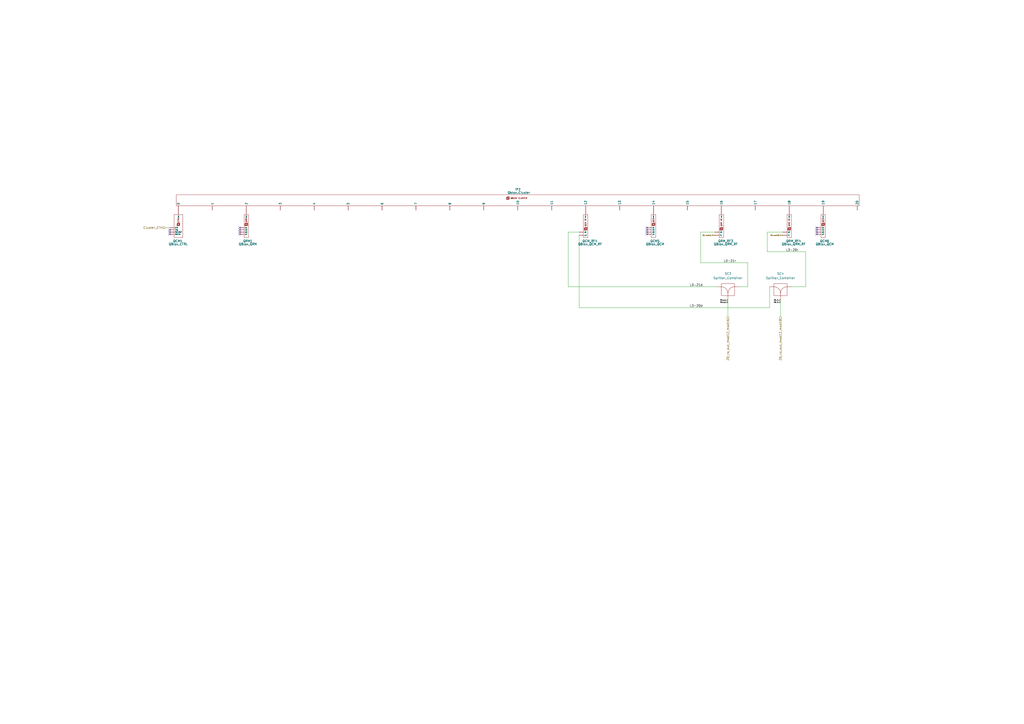
<source format=kicad_sch>
(kicad_sch (version 20230121) (generator eeschema)
  (paper "A2")
  (title_block (title "XLD Setup Q2 2023") (date "2023-06-14") (company "Technology Innovation Institute"))
  (lib_symbols
    (symbol "Quantum Computing:QBlox_CTRL" (on_board no)
      (property "Reference" "QCM" (at -1.905 -2.032 0))
      (property "Value" "QBlox_CTRL" (at -4.445 -3.81 0))
      (symbol "QBlox_CTRL_0_0"
        (rectangle (start -1.27 13.335) (end 3.81 0))
        (polyline (pts (xy 1.905 6.985) (xy 2.1394 7.2206) (xy 2.124 8.4684) (xy 0.8708 8.4836) (xy 0.7311 8.3405) (xy 0.9734 8.3405) (xy 1.923 8.3405) (xy 1.7831 8.1985) (xy 1.6432 8.0564) (xy 0.9734 8.0564) (xy 0.9734 8.3405) (xy 0.7311 8.3405) (xy 0.638 8.2451) (xy 0.4666 8.0695) (xy 0.6456 8.0695) (xy 0.6726 8.0937) (xy 0.7205 8.1365) (xy 0.7768 8.2003) (xy 0.83 8.2695) (xy 0.8307 8.1629) (xy 0.8307 8.1389) (xy 0.8243 8.0818) (xy 0.795 8.0599) (xy 0.7264 8.0564) (xy 0.7223 8.0564) (xy 0.6596 8.0588) (xy 0.6456 8.0695) (xy 0.4666 8.0695) (xy 0.4051 8.0065) (xy 0.4051 7.3909) (xy 0.4065 7.1729) (xy 0.4104 7.0072) (xy 0.4128 6.9647) (xy 0.5472 6.9647) (xy 0.5472 7.9428) (xy 0.8313 7.9428) (xy 0.9734 7.9428) (xy 1.5984 7.9428) (xy 1.5984 7.2893) (xy 0.9734 7.2893) (xy 0.9734 7.9428) (xy 0.8313 7.9428) (xy 0.8313 7.2862) (xy 1.7405 7.2862) (xy 1.7405 7.9875) (xy 1.8832 8.1281) (xy 2.026 8.2688) (xy 2.0182 7.7861) (xy 2.0104 7.3035) (xy 1.8754 7.2948) (xy 1.7405 7.2862) (xy 0.8313 7.2862) (xy 0.8313 7.2445) (xy 0.6892 7.1046) (xy 0.5472 6.9647) (xy 0.4128 6.9647) (xy 0.4169 6.8915) (xy 0.6488 6.8915) (xy 0.7887 7.0336) (xy 0.9286 7.1756) (xy 1.5984 7.1756) (xy 1.5984 7.0829) (xy 1.7263 7.0829) (xy 1.7316 7.146) (xy 1.7585 7.1711) (xy 1.8242 7.1756) (xy 1.9221 7.1756) (xy 1.8257 7.0762) (xy 1.7924 7.042) (xy 1.7465 6.9951) (xy 1.7278 6.9768) (xy 1.7276 6.9776) (xy 1.7267 7.0104) (xy 1.7263 7.0762) (xy 1.7263 7.0829) (xy 1.5984 7.0829) (xy 1.5984 6.8915) (xy 0.6488 6.8915) (xy 0.4169 6.8915) (xy 0.417 6.8898) (xy 0.4265 6.8166) (xy 0.4392 6.7836) (xy 0.441 6.782) (xy 0.4782 6.7697) (xy 0.5557 6.7605) (xy 0.6779 6.7542) (xy 0.8486 6.7506) (xy 1.072 6.7495) (xy 1.6707 6.7495) (xy 1.905 6.985)) (stroke (width 0.01)) (fill (type outline)))
        (text "CTRL" (at 1.27 10.16 900) (effects (font (size 0.8 0.8))))
      )
      (symbol "QBlox_CTRL_1_1"
        (pin output line (at -3.81 5.715 0) (length 2.54) (name "ETH") (number ""))
        (pin output line (at -3.81 1.905 0) (length 2.54) (name "Ref_IN") (number ""))
        (pin output line (at -3.81 3.175 0) (length 2.54) (name "Ref_OUT") (number ""))
        (pin bidirectional line (at 1.27 15.875 270) (length 2.54) (name "SYNC") (number ""))
        (pin output line (at -3.81 4.445 0) (length 2.54) (name "Trig") (number ""))
      )
    )
    (symbol "Quantum Computing:QBlox_QCM" (on_board no)
      (property "Reference" "QCM" (at -1.905 -2.032 0))
      (property "Value" "QBlox_QCM" (at -4.445 -3.81 0))
      (symbol "QBlox_QCM_0_0"
        (rectangle (start -1.27 13.335) (end 1.27 0))
        (polyline (pts (xy 0.635 6.985) (xy 0.8694 7.2206) (xy 0.854 8.4684) (xy -0.3992 8.4836) (xy -0.5389 8.3405) (xy -0.2966 8.3405) (xy 0.653 8.3405) (xy 0.5131 8.1985) (xy 0.3732 8.0564) (xy -0.2966 8.0564) (xy -0.2966 8.3405) (xy -0.5389 8.3405) (xy -0.632 8.2451) (xy -0.8034 8.0695) (xy -0.6244 8.0695) (xy -0.5974 8.0937) (xy -0.5495 8.1365) (xy -0.4932 8.2003) (xy -0.44 8.2695) (xy -0.4393 8.1629) (xy -0.4393 8.1389) (xy -0.4457 8.0818) (xy -0.475 8.0599) (xy -0.5436 8.0564) (xy -0.5477 8.0564) (xy -0.6104 8.0588) (xy -0.6244 8.0695) (xy -0.8034 8.0695) (xy -0.8649 8.0065) (xy -0.8649 7.3909) (xy -0.8635 7.1729) (xy -0.8596 7.0072) (xy -0.8572 6.9647) (xy -0.7228 6.9647) (xy -0.7228 7.9428) (xy -0.4387 7.9428) (xy -0.2966 7.9428) (xy 0.3284 7.9428) (xy 0.3284 7.2893) (xy -0.2966 7.2893) (xy -0.2966 7.9428) (xy -0.4387 7.9428) (xy -0.4387 7.2862) (xy 0.4705 7.2862) (xy 0.4705 7.9875) (xy 0.6132 8.1281) (xy 0.756 8.2688) (xy 0.7482 7.7861) (xy 0.7404 7.3035) (xy 0.6054 7.2948) (xy 0.4705 7.2862) (xy -0.4387 7.2862) (xy -0.4387 7.2445) (xy -0.5808 7.1046) (xy -0.7228 6.9647) (xy -0.8572 6.9647) (xy -0.8531 6.8915) (xy -0.6212 6.8915) (xy -0.4813 7.0336) (xy -0.3414 7.1756) (xy 0.3284 7.1756) (xy 0.3284 7.0829) (xy 0.4563 7.0829) (xy 0.4616 7.146) (xy 0.4885 7.1711) (xy 0.5542 7.1756) (xy 0.6521 7.1756) (xy 0.5557 7.0762) (xy 0.5224 7.042) (xy 0.4765 6.9951) (xy 0.4578 6.9768) (xy 0.4576 6.9776) (xy 0.4567 7.0104) (xy 0.4563 7.0762) (xy 0.4563 7.0829) (xy 0.3284 7.0829) (xy 0.3284 6.8915) (xy -0.6212 6.8915) (xy -0.8531 6.8915) (xy -0.853 6.8898) (xy -0.8435 6.8166) (xy -0.8308 6.7836) (xy -0.829 6.782) (xy -0.7918 6.7697) (xy -0.7143 6.7605) (xy -0.5921 6.7542) (xy -0.4214 6.7506) (xy -0.198 6.7495) (xy 0.4007 6.7495) (xy 0.635 6.985)) (stroke (width 0.01)) (fill (type outline)))
        (text "QCM" (at 0 10.16 900) (effects (font (size 0.8 0.8))))
      )
      (symbol "QBlox_QCM_1_1"
        (pin bidirectional line (at 0 15.875 270) (length 2.54) (name "SYNC") (number ""))
        (pin output line (at -3.81 5.715 0) (length 2.54) (name "o1") (number ""))
        (pin output line (at -3.81 4.445 0) (length 2.54) (name "o2") (number ""))
        (pin output line (at -3.81 3.175 0) (length 2.54) (name "o3") (number ""))
        (pin output line (at -3.81 1.905 0) (length 2.54) (name "o4") (number ""))
      )
    )
    (symbol "Quantum Computing:QBlox_QCM_RF" (on_board no)
      (property "Reference" "QCM_RF" (at -1.905 -2.032 0))
      (property "Value" "QBlox_QCM_RF" (at -4.445 -3.81 0))
      (symbol "QBlox_QCM_RF_0_0"
        (rectangle (start -1.27 13.335) (end 1.27 0))
        (polyline (pts (xy 0.635 4.445) (xy 0.8694 4.6806) (xy 0.854 5.9284) (xy -0.3992 5.9436) (xy -0.5389 5.8005) (xy -0.2966 5.8005) (xy 0.653 5.8005) (xy 0.5131 5.6585) (xy 0.3732 5.5164) (xy -0.2966 5.5164) (xy -0.2966 5.8005) (xy -0.5389 5.8005) (xy -0.632 5.7051) (xy -0.8034 5.5295) (xy -0.6244 5.5295) (xy -0.5974 5.5537) (xy -0.5495 5.5965) (xy -0.4932 5.6603) (xy -0.44 5.7295) (xy -0.4393 5.6229) (xy -0.4393 5.5989) (xy -0.4457 5.5418) (xy -0.475 5.5199) (xy -0.5436 5.5164) (xy -0.5477 5.5164) (xy -0.6104 5.5188) (xy -0.6244 5.5295) (xy -0.8034 5.5295) (xy -0.8649 5.4665) (xy -0.8649 4.8509) (xy -0.8635 4.6329) (xy -0.8596 4.4672) (xy -0.8572 4.4247) (xy -0.7228 4.4247) (xy -0.7228 5.4028) (xy -0.4387 5.4028) (xy -0.2966 5.4028) (xy 0.3284 5.4028) (xy 0.3284 4.7493) (xy -0.2966 4.7493) (xy -0.2966 5.4028) (xy -0.4387 5.4028) (xy -0.4387 4.7462) (xy 0.4705 4.7462) (xy 0.4705 5.4475) (xy 0.6132 5.5881) (xy 0.756 5.7288) (xy 0.7482 5.2461) (xy 0.7404 4.7635) (xy 0.6054 4.7548) (xy 0.4705 4.7462) (xy -0.4387 4.7462) (xy -0.4387 4.7045) (xy -0.5808 4.5646) (xy -0.7228 4.4247) (xy -0.8572 4.4247) (xy -0.8531 4.3515) (xy -0.6212 4.3515) (xy -0.4813 4.4936) (xy -0.3414 4.6356) (xy 0.3284 4.6356) (xy 0.3284 4.5429) (xy 0.4563 4.5429) (xy 0.4616 4.606) (xy 0.4885 4.6311) (xy 0.5542 4.6356) (xy 0.6521 4.6356) (xy 0.5557 4.5362) (xy 0.5224 4.502) (xy 0.4765 4.4551) (xy 0.4578 4.4368) (xy 0.4576 4.4376) (xy 0.4567 4.4704) (xy 0.4563 4.5362) (xy 0.4563 4.5429) (xy 0.3284 4.5429) (xy 0.3284 4.3515) (xy -0.6212 4.3515) (xy -0.8531 4.3515) (xy -0.853 4.3498) (xy -0.8435 4.2766) (xy -0.8308 4.2436) (xy -0.829 4.242) (xy -0.7918 4.2297) (xy -0.7143 4.2205) (xy -0.5921 4.2142) (xy -0.4214 4.2106) (xy -0.198 4.2095) (xy 0.4007 4.2095) (xy 0.635 4.445)) (stroke (width 0.01)) (fill (type outline)))
        (text "QCM RF" (at 0 8.89 900) (effects (font (size 0.8 0.8))))
      )
      (symbol "QBlox_QCM_RF_1_1"
        (pin bidirectional line (at 0 15.875 270) (length 2.54) (name "SYNC") (number ""))
        (pin output line (at -3.81 3.175 0) (length 2.54) (name "o1") (number ""))
        (pin output line (at -3.81 1.27 0) (length 2.54) (name "o2") (number ""))
      )
    )
    (symbol "Quantum Computing:QBlox_QRM" (on_board no)
      (property "Reference" "QRM" (at -1.905 -2.032 0))
      (property "Value" "QBlox_QRM" (at -4.445 -3.81 0))
      (symbol "QBlox_QRM_0_0"
        (rectangle (start -1.27 13.335) (end 1.27 0))
        (polyline (pts (xy 0.635 6.985) (xy 0.8694 7.2206) (xy 0.854 8.4684) (xy -0.3992 8.4836) (xy -0.5389 8.3405) (xy -0.2966 8.3405) (xy 0.653 8.3405) (xy 0.5131 8.1985) (xy 0.3732 8.0564) (xy -0.2966 8.0564) (xy -0.2966 8.3405) (xy -0.5389 8.3405) (xy -0.632 8.2451) (xy -0.8034 8.0695) (xy -0.6244 8.0695) (xy -0.5974 8.0937) (xy -0.5495 8.1365) (xy -0.4932 8.2003) (xy -0.44 8.2695) (xy -0.4393 8.1629) (xy -0.4393 8.1389) (xy -0.4457 8.0818) (xy -0.475 8.0599) (xy -0.5436 8.0564) (xy -0.5477 8.0564) (xy -0.6104 8.0588) (xy -0.6244 8.0695) (xy -0.8034 8.0695) (xy -0.8649 8.0065) (xy -0.8649 7.3909) (xy -0.8635 7.1729) (xy -0.8596 7.0072) (xy -0.8572 6.9647) (xy -0.7228 6.9647) (xy -0.7228 7.9428) (xy -0.4387 7.9428) (xy -0.2966 7.9428) (xy 0.3284 7.9428) (xy 0.3284 7.2893) (xy -0.2966 7.2893) (xy -0.2966 7.9428) (xy -0.4387 7.9428) (xy -0.4387 7.2862) (xy 0.4705 7.2862) (xy 0.4705 7.9875) (xy 0.6132 8.1281) (xy 0.756 8.2688) (xy 0.7482 7.7861) (xy 0.7404 7.3035) (xy 0.6054 7.2948) (xy 0.4705 7.2862) (xy -0.4387 7.2862) (xy -0.4387 7.2445) (xy -0.5808 7.1046) (xy -0.7228 6.9647) (xy -0.8572 6.9647) (xy -0.8531 6.8915) (xy -0.6212 6.8915) (xy -0.4813 7.0336) (xy -0.3414 7.1756) (xy 0.3284 7.1756) (xy 0.3284 7.0829) (xy 0.4563 7.0829) (xy 0.4616 7.146) (xy 0.4885 7.1711) (xy 0.5542 7.1756) (xy 0.6521 7.1756) (xy 0.5557 7.0762) (xy 0.5224 7.042) (xy 0.4765 6.9951) (xy 0.4578 6.9768) (xy 0.4576 6.9776) (xy 0.4567 7.0104) (xy 0.4563 7.0762) (xy 0.4563 7.0829) (xy 0.3284 7.0829) (xy 0.3284 6.8915) (xy -0.6212 6.8915) (xy -0.8531 6.8915) (xy -0.853 6.8898) (xy -0.8435 6.8166) (xy -0.8308 6.7836) (xy -0.829 6.782) (xy -0.7918 6.7697) (xy -0.7143 6.7605) (xy -0.5921 6.7542) (xy -0.4214 6.7506) (xy -0.198 6.7495) (xy 0.4007 6.7495) (xy 0.635 6.985)) (stroke (width 0.01)) (fill (type outline)))
        (text "QRM" (at 0 10.16 900) (effects (font (size 0.8 0.8))))
      )
      (symbol "QBlox_QRM_1_1"
        (pin bidirectional line (at 0 15.875 270) (length 2.54) (name "SYNC") (number ""))
        (pin output line (at -3.81 5.715 0) (length 2.54) (name "o1") (number ""))
        (pin output line (at -3.81 4.445 0) (length 2.54) (name "o2") (number ""))
        (pin output line (at -3.81 3.175 0) (length 2.54) (name "o3") (number ""))
        (pin output line (at -3.81 1.905 0) (length 2.54) (name "o4") (number ""))
      )
    )
    (symbol "Quantum Computing:QBlox_QRM_RF" (on_board no)
      (property "Reference" "QRM_RF" (at -1.905 -2.032 0))
      (property "Value" "QBlox_QRM_RF" (at -4.445 -3.81 0))
      (symbol "QBlox_QRM_RF_0_0"
        (rectangle (start -1.27 13.335) (end 1.27 0))
        (polyline (pts (xy 0.635 4.445) (xy 0.8694 4.6806) (xy 0.854 5.9284) (xy -0.3992 5.9436) (xy -0.5389 5.8005) (xy -0.2966 5.8005) (xy 0.653 5.8005) (xy 0.5131 5.6585) (xy 0.3732 5.5164) (xy -0.2966 5.5164) (xy -0.2966 5.8005) (xy -0.5389 5.8005) (xy -0.632 5.7051) (xy -0.8034 5.5295) (xy -0.6244 5.5295) (xy -0.5974 5.5537) (xy -0.5495 5.5965) (xy -0.4932 5.6603) (xy -0.44 5.7295) (xy -0.4393 5.6229) (xy -0.4393 5.5989) (xy -0.4457 5.5418) (xy -0.475 5.5199) (xy -0.5436 5.5164) (xy -0.5477 5.5164) (xy -0.6104 5.5188) (xy -0.6244 5.5295) (xy -0.8034 5.5295) (xy -0.8649 5.4665) (xy -0.8649 4.8509) (xy -0.8635 4.6329) (xy -0.8596 4.4672) (xy -0.8572 4.4247) (xy -0.7228 4.4247) (xy -0.7228 5.4028) (xy -0.4387 5.4028) (xy -0.2966 5.4028) (xy 0.3284 5.4028) (xy 0.3284 4.7493) (xy -0.2966 4.7493) (xy -0.2966 5.4028) (xy -0.4387 5.4028) (xy -0.4387 4.7462) (xy 0.4705 4.7462) (xy 0.4705 5.4475) (xy 0.6132 5.5881) (xy 0.756 5.7288) (xy 0.7482 5.2461) (xy 0.7404 4.7635) (xy 0.6054 4.7548) (xy 0.4705 4.7462) (xy -0.4387 4.7462) (xy -0.4387 4.7045) (xy -0.5808 4.5646) (xy -0.7228 4.4247) (xy -0.8572 4.4247) (xy -0.8531 4.3515) (xy -0.6212 4.3515) (xy -0.4813 4.4936) (xy -0.3414 4.6356) (xy 0.3284 4.6356) (xy 0.3284 4.5429) (xy 0.4563 4.5429) (xy 0.4616 4.606) (xy 0.4885 4.6311) (xy 0.5542 4.6356) (xy 0.6521 4.6356) (xy 0.5557 4.5362) (xy 0.5224 4.502) (xy 0.4765 4.4551) (xy 0.4578 4.4368) (xy 0.4576 4.4376) (xy 0.4567 4.4704) (xy 0.4563 4.5362) (xy 0.4563 4.5429) (xy 0.3284 4.5429) (xy 0.3284 4.3515) (xy -0.6212 4.3515) (xy -0.8531 4.3515) (xy -0.853 4.3498) (xy -0.8435 4.2766) (xy -0.8308 4.2436) (xy -0.829 4.242) (xy -0.7918 4.2297) (xy -0.7143 4.2205) (xy -0.5921 4.2142) (xy -0.4214 4.2106) (xy -0.198 4.2095) (xy 0.4007 4.2095) (xy 0.635 4.445)) (stroke (width 0.01)) (fill (type outline)))
        (text "QRM RF" (at 0 8.89 900) (effects (font (size 0.8 0.8))))
      )
      (symbol "QBlox_QRM_RF_1_1"
        (pin bidirectional line (at 0 15.875 270) (length 2.54) (name "SYNC") (number ""))
        (pin output line (at -3.81 1.27 0) (length 2.54) (name "i1") (number ""))
        (pin output line (at -3.81 3.175 0) (length 2.54) (name "o1") (number ""))
      )
    )
    (symbol "Quantum Computing:Qblox_Cluster"
      (property "Reference" "IP" (at 0 6.985 0))
      (property "Value" "Qblox_Cluster" (at 0.635 5.08 0))
      (symbol "Qblox_Cluster_0_0"
        (rectangle (start -198.12 3.81) (end 198.12 -2.54))
        (polyline (pts (xy -5.08 1.27) (xy -4.8456 1.5056) (xy -4.861 2.7534) (xy -6.1142 2.7686) (xy -6.2539 2.6255) (xy -6.0116 2.6255) (xy -5.062 2.6255) (xy -5.2019 2.4835) (xy -5.3418 2.3414) (xy -6.0116 2.3414) (xy -6.0116 2.6255) (xy -6.2539 2.6255) (xy -6.347 2.5301) (xy -6.5184 2.3545) (xy -6.3394 2.3545) (xy -6.3124 2.3787) (xy -6.2645 2.4215) (xy -6.2082 2.4853) (xy -6.155 2.5545) (xy -6.1543 2.4479) (xy -6.1543 2.4239) (xy -6.1607 2.3668) (xy -6.19 2.3449) (xy -6.2586 2.3414) (xy -6.2627 2.3414) (xy -6.3254 2.3438) (xy -6.3394 2.3545) (xy -6.5184 2.3545) (xy -6.5799 2.2915) (xy -6.5799 1.6759) (xy -6.5785 1.4579) (xy -6.5746 1.2922) (xy -6.5722 1.2497) (xy -6.4378 1.2497) (xy -6.4378 2.2278) (xy -6.1537 2.2278) (xy -6.0116 2.2278) (xy -5.3866 2.2278) (xy -5.3866 1.5743) (xy -6.0116 1.5743) (xy -6.0116 2.2278) (xy -6.1537 2.2278) (xy -6.1537 1.5712) (xy -5.2445 1.5712) (xy -5.2445 2.2725) (xy -5.1018 2.4131) (xy -4.959 2.5538) (xy -4.9668 2.0711) (xy -4.9746 1.5885) (xy -5.1096 1.5798) (xy -5.2445 1.5712) (xy -6.1537 1.5712) (xy -6.1537 1.5295) (xy -6.2958 1.3896) (xy -6.4378 1.2497) (xy -6.5722 1.2497) (xy -6.5681 1.1765) (xy -6.3362 1.1765) (xy -6.1963 1.3186) (xy -6.0564 1.4606) (xy -5.3866 1.4606) (xy -5.3866 1.3679) (xy -5.2587 1.3679) (xy -5.2534 1.431) (xy -5.2265 1.4561) (xy -5.1608 1.4606) (xy -5.0629 1.4606) (xy -5.1593 1.3612) (xy -5.1926 1.327) (xy -5.2385 1.2801) (xy -5.2572 1.2618) (xy -5.2574 1.2626) (xy -5.2583 1.2954) (xy -5.2587 1.3612) (xy -5.2587 1.3679) (xy -5.3866 1.3679) (xy -5.3866 1.1765) (xy -6.3362 1.1765) (xy -6.5681 1.1765) (xy -6.568 1.1748) (xy -6.5585 1.1016) (xy -6.5458 1.0686) (xy -6.544 1.067) (xy -6.5068 1.0547) (xy -6.4293 1.0455) (xy -6.3071 1.0392) (xy -6.1364 1.0356) (xy -5.913 1.0345) (xy -5.3143 1.0345) (xy -5.08 1.27)) (stroke (width 0.01)) (fill (type outline)))
        (text "QBLOX CLUSTER" (at 0.635 1.905 0) (effects (font (size 0.8 0.8))))
      )
      (symbol "Qblox_Cluster_1_1"
        (pin passive line (at -196.85 -5.08 90) (length 2.54) (name "0") (number ""))
        (pin passive line (at -177.165 -5.08 90) (length 2.54) (name "1") (number ""))
        (pin passive line (at 0 -5.08 90) (length 2.54) (name "10") (number ""))
        (pin passive line (at 19.685 -5.08 90) (length 2.54) (name "11") (number ""))
        (pin passive line (at 39.37 -5.08 90) (length 2.54) (name "12") (number ""))
        (pin passive line (at 59.055 -5.08 90) (length 2.54) (name "13") (number ""))
        (pin passive line (at 78.74 -5.08 90) (length 2.54) (name "14") (number ""))
        (pin passive line (at 98.425 -5.08 90) (length 2.54) (name "15") (number ""))
        (pin passive line (at 118.11 -5.08 90) (length 2.54) (name "16") (number ""))
        (pin passive line (at 137.795 -5.08 90) (length 2.54) (name "17") (number ""))
        (pin passive line (at 157.48 -5.08 90) (length 2.54) (name "18") (number ""))
        (pin passive line (at 177.165 -5.08 90) (length 2.54) (name "19") (number ""))
        (pin passive line (at -157.48 -5.08 90) (length 2.54) (name "2") (number ""))
        (pin passive line (at 196.85 -5.08 90) (length 2.54) (name "20") (number ""))
        (pin passive line (at -137.795 -5.08 90) (length 2.54) (name "3") (number ""))
        (pin passive line (at -118.11 -5.08 90) (length 2.54) (name "4") (number ""))
        (pin passive line (at -98.425 -5.08 90) (length 2.54) (name "5") (number ""))
        (pin passive line (at -78.74 -5.08 90) (length 2.54) (name "6") (number ""))
        (pin passive line (at -59.055 -5.08 90) (length 2.54) (name "7") (number ""))
        (pin passive line (at -39.37 -5.08 90) (length 2.54) (name "8") (number ""))
        (pin passive line (at -19.685 -5.08 90) (length 2.54) (name "9") (number ""))
      )
    )
    (symbol "Quantum Computing:Splitter_Combiner" (on_board no)
      (property "Reference" "SC" (at 0 -4.445 0))
      (property "Value" "Splitter_Combiner" (at 0 -6.985 0))
      (symbol "Splitter_Combiner_0_1"
        (arc (start -3.81 0) (mid -1.0971 1.097) (end 0 3.81))
        (rectangle (start -3.81 5.08) (end 3.81 -1.905))
        (polyline (pts (xy 0 3.81) (xy 0 5.08)))
        (arc (start 0 3.81) (mid 1.1114 1.1114) (end 3.81 0))
      )
      (symbol "Splitter_Combiner_1_1"
        (pin bidirectional line (at -6.35 0 0) (length 2.54) (name "") (number ""))
        (pin bidirectional line (at 0 7.62 270) (length 2.54) (name "") (number ""))
        (pin bidirectional line (at 6.35 0 180) (length 2.54) (name "") (number ""))
      )
    )
  )
  (no_connect (at 139.065 132.08))
  (no_connect (at 139.065 133.35))
  (no_connect (at 98.425 134.62))
  (no_connect (at 139.065 134.62))
  (no_connect (at 375.285 134.62))
  (no_connect (at 375.285 133.35))
  (no_connect (at 98.425 133.35))
  (no_connect (at 473.71 133.35))
  (no_connect (at 375.285 135.89))
  (no_connect (at 375.285 132.08))
  (no_connect (at 473.71 134.62))
  (no_connect (at 98.425 135.89))
  (no_connect (at 473.71 135.89))
  (no_connect (at 139.065 135.89))
  (no_connect (at 473.71 132.08))
  (wire (pts (xy 467.36 166.37) (xy 467.36 146.05)))
  (wire (pts (xy 329.565 134.62) (xy 329.565 166.37)))
  (wire (pts (xy 433.705 152.4) (xy 433.705 166.37)))
  (wire (pts (xy 459.105 166.37) (xy 467.36 166.37)))
  (wire (pts (xy 406.4 134.62) (xy 406.4 152.4)))
  (wire (pts (xy 406.4 152.4) (xy 433.705 152.4)))
  (wire (pts (xy 329.565 134.62) (xy 335.915 134.62)))
  (wire (pts (xy 452.755 173.99) (xy 452.755 183.515)))
  (wire (pts (xy 335.915 178.435) (xy 335.915 136.525)))
  (wire (pts (xy 329.565 166.37) (xy 415.925 166.37)))
  (wire (pts (xy 467.36 146.05) (xy 445.135 146.05)))
  (wire (pts (xy 422.275 173.99) (xy 422.275 183.515)))
  (wire (pts (xy 95.885 132.08) (xy 98.425 132.08)))
  (wire (pts (xy 406.4 134.62) (xy 414.655 134.62)))
  (wire (pts (xy 335.915 178.435) (xy 446.405 178.435)))
  (wire (pts (xy 445.135 134.62) (xy 454.025 134.62)))
  (wire (pts (xy 446.405 166.37) (xy 446.405 178.435)))
  (wire (pts (xy 428.625 166.37) (xy 433.705 166.37)))
  (wire (pts (xy 445.135 146.05) (xy 445.135 134.62)))
  (label "RO_in_1" (at 452.755 174.625 180) (effects (font (size 0.64 0.64))))
  (label "RO_in_2" (at 452.755 175.895 180) (effects (font (size 0.64 0.64))))
  (label "L3-20r" (at 455.93 146.05 0))
  (label "L3-21d" (at 400.05 166.37 0))
  (label "RO_out_1" (at 422.275 174.625 180) (effects (font (size 0.64 0.64))))
  (label "L3-20d" (at 400.05 178.435 0))
  (label "RO_out_2" (at 422.275 175.895 180) (effects (font (size 0.64 0.64))))
  (label "L3-21r" (at 419.735 152.4 0))
  (hierarchical_label "20_mod16_i1" (shape input) (at 414.655 136.525 180) (effects (font (size 0.64 0.64))))
  (hierarchical_label "20_mod18_i1" (shape input) (at 454.025 136.525 180) (effects (font (size 0.64 0.64))))
  (hierarchical_label "Cluster_ETH" (shape input) (at 95.885 132.08 180))
  (hierarchical_label "20_ro_out_mod12_mod18" (shape input) (at 452.755 183.515 270))
  (hierarchical_label "20_ro_out_mod12_mod16" (shape input) (at 422.275 183.515 270))
  (symbol (lib_id "Quantum Computing:QBlox_QCM") (at 477.52 137.795 0) (unit 1) (on_board no)
    (property "Reference" "QCM6" (at 475.615 139.827 0) (effects (justify left)))
    (property "Value" "QBlox_QCM" (at 473.075 141.605 0) (effects (justify left)))
  )
  (symbol (lib_id "Quantum Computing:Splitter_Combiner") (at 452.755 166.37 180) (unit 1) (on_board no)
    (property "Reference" "SC4" (at 452.755 158.75 0))
    (property "Value" "Splitter_Combiner" (at 452.755 161.29 0))
  )
  (symbol (lib_id "Quantum Computing:QBlox_QRM_RF") (at 457.835 137.795 0) (unit 1) (on_board no)
    (property "Reference" "QRM_RF4" (at 455.93 139.827 0) (effects (justify left)))
    (property "Value" "QBlox_QRM_RF" (at 453.39 141.605 0) (effects (justify left)))
  )
  (symbol (lib_id "Quantum Computing:QBlox_QCM") (at 379.095 137.795 0) (unit 1) (on_board no)
    (property "Reference" "QCM5" (at 377.19 139.827 0) (effects (justify left)))
    (property "Value" "QBlox_QCM" (at 374.65 141.605 0) (effects (justify left)))
  )
  (symbol (lib_id "Quantum Computing:QBlox_QRM") (at 142.875 137.795 0) (unit 1) (on_board no)
    (property "Reference" "QRM1" (at 140.97 139.827 0) (effects (justify left)))
    (property "Value" "QBlox_QRM" (at 138.43 141.605 0) (effects (justify left)))
  )
  (symbol (lib_id "Quantum Computing:QBlox_QCM_RF") (at 339.725 137.795 0) (unit 1) (on_board no)
    (property "Reference" "QCM_RF4" (at 337.82 139.827 0) (effects (justify left)))
    (property "Value" "QBlox_QCM_RF" (at 335.28 141.605 0) (effects (justify left)))
  )
  (symbol (lib_id "Quantum Computing:Qblox_Cluster") (at 300.355 116.84 0) (unit 1)
    (property "Reference" "IP2" (at 300.355 109.855 0))
    (property "Value" "Qblox_Cluster" (at 300.99 111.76 0))
  )
  (symbol (lib_id "Quantum Computing:QBlox_CTRL") (at 102.235 137.795 0) (unit 1) (on_board no)
    (property "Reference" "QCM4" (at 100.33 139.827 0) (effects (justify left)))
    (property "Value" "QBlox_CTRL" (at 97.79 141.605 0) (effects (justify left)))
  )
  (symbol (lib_id "Quantum Computing:QBlox_QRM_RF") (at 418.465 137.795 0) (unit 1) (on_board no)
    (property "Reference" "QRM_RF3" (at 416.56 139.827 0) (effects (justify left)))
    (property "Value" "QBlox_QRM_RF" (at 414.02 141.605 0) (effects (justify left)))
  )
  (symbol (lib_id "Quantum Computing:Splitter_Combiner") (at 422.275 166.37 180) (unit 1) (on_board no)
    (property "Reference" "SC3" (at 422.275 158.75 0))
    (property "Value" "Splitter_Combiner" (at 422.275 161.29 0))
  )
)
</source>
